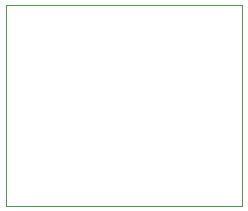
<source format=gbr>
%TF.GenerationSoftware,KiCad,Pcbnew,9.0.6-9.0.6~ubuntu22.04.1*%
%TF.CreationDate,2026-02-11T21:38:48+09:00*%
%TF.ProjectId,usb_typec_serial_insulation,7573625f-7479-4706-9563-5f7365726961,V1.0*%
%TF.SameCoordinates,Original*%
%TF.FileFunction,Profile,NP*%
%FSLAX46Y46*%
G04 Gerber Fmt 4.6, Leading zero omitted, Abs format (unit mm)*
G04 Created by KiCad (PCBNEW 9.0.6-9.0.6~ubuntu22.04.1) date 2026-02-11 21:38:48*
%MOMM*%
%LPD*%
G01*
G04 APERTURE LIST*
%TA.AperFunction,Profile*%
%ADD10C,0.050000*%
%TD*%
G04 APERTURE END LIST*
D10*
X128000000Y-106000000D02*
X128000000Y-89000000D01*
X148000000Y-106000000D02*
X128000000Y-106000000D01*
X148000000Y-89000000D02*
X148000000Y-106000000D01*
X128000000Y-89000000D02*
X148000000Y-89000000D01*
M02*

</source>
